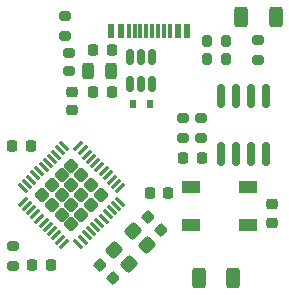
<source format=gbr>
%TF.GenerationSoftware,KiCad,Pcbnew,6.0.0*%
%TF.CreationDate,2022-01-08T01:14:50+01:00*%
%TF.ProjectId,micro,6d696372-6f2e-46b6-9963-61645f706362,rev1.0*%
%TF.SameCoordinates,Original*%
%TF.FileFunction,Paste,Bot*%
%TF.FilePolarity,Positive*%
%FSLAX46Y46*%
G04 Gerber Fmt 4.6, Leading zero omitted, Abs format (unit mm)*
G04 Created by KiCad (PCBNEW 6.0.0) date 2022-01-08 01:14:50*
%MOMM*%
%LPD*%
G01*
G04 APERTURE LIST*
G04 Aperture macros list*
%AMRoundRect*
0 Rectangle with rounded corners*
0 $1 Rounding radius*
0 $2 $3 $4 $5 $6 $7 $8 $9 X,Y pos of 4 corners*
0 Add a 4 corners polygon primitive as box body*
4,1,4,$2,$3,$4,$5,$6,$7,$8,$9,$2,$3,0*
0 Add four circle primitives for the rounded corners*
1,1,$1+$1,$2,$3*
1,1,$1+$1,$4,$5*
1,1,$1+$1,$6,$7*
1,1,$1+$1,$8,$9*
0 Add four rect primitives between the rounded corners*
20,1,$1+$1,$2,$3,$4,$5,0*
20,1,$1+$1,$4,$5,$6,$7,0*
20,1,$1+$1,$6,$7,$8,$9,0*
20,1,$1+$1,$8,$9,$2,$3,0*%
G04 Aperture macros list end*
%ADD10R,1.500000X1.000000*%
%ADD11RoundRect,0.200000X-0.275000X0.200000X-0.275000X-0.200000X0.275000X-0.200000X0.275000X0.200000X0*%
%ADD12RoundRect,0.225000X-0.225000X-0.250000X0.225000X-0.250000X0.225000X0.250000X-0.225000X0.250000X0*%
%ADD13RoundRect,0.200000X0.275000X-0.200000X0.275000X0.200000X-0.275000X0.200000X-0.275000X-0.200000X0*%
%ADD14RoundRect,0.225000X0.335876X0.017678X0.017678X0.335876X-0.335876X-0.017678X-0.017678X-0.335876X0*%
%ADD15RoundRect,0.225000X0.225000X0.250000X-0.225000X0.250000X-0.225000X-0.250000X0.225000X-0.250000X0*%
%ADD16RoundRect,0.225000X0.250000X-0.225000X0.250000X0.225000X-0.250000X0.225000X-0.250000X-0.225000X0*%
%ADD17R,0.600000X0.700000*%
%ADD18RoundRect,0.170000X0.330000X-0.255000X0.330000X0.255000X-0.330000X0.255000X-0.330000X-0.255000X0*%
%ADD19RoundRect,0.230000X-0.063640X-0.502046X0.502046X0.063640X0.063640X0.502046X-0.502046X-0.063640X0*%
%ADD20RoundRect,0.200000X0.200000X0.275000X-0.200000X0.275000X-0.200000X-0.275000X0.200000X-0.275000X0*%
%ADD21RoundRect,0.200000X-0.200000X-0.275000X0.200000X-0.275000X0.200000X0.275000X-0.200000X0.275000X0*%
%ADD22RoundRect,0.250000X0.000000X0.358486X-0.358486X0.000000X0.000000X-0.358486X0.358486X0.000000X0*%
%ADD23RoundRect,0.062500X0.291682X0.380070X-0.380070X-0.291682X-0.291682X-0.380070X0.380070X0.291682X0*%
%ADD24RoundRect,0.062500X-0.291682X0.380070X-0.380070X0.291682X0.291682X-0.380070X0.380070X-0.291682X0*%
%ADD25RoundRect,0.243750X0.243750X0.456250X-0.243750X0.456250X-0.243750X-0.456250X0.243750X-0.456250X0*%
%ADD26RoundRect,0.225000X-0.335876X-0.017678X-0.017678X-0.335876X0.335876X0.017678X0.017678X0.335876X0*%
%ADD27RoundRect,0.250000X-0.312500X-0.625000X0.312500X-0.625000X0.312500X0.625000X-0.312500X0.625000X0*%
%ADD28RoundRect,0.150000X-0.150000X0.512500X-0.150000X-0.512500X0.150000X-0.512500X0.150000X0.512500X0*%
%ADD29RoundRect,0.150000X-0.150000X0.825000X-0.150000X-0.825000X0.150000X-0.825000X0.150000X0.825000X0*%
%ADD30RoundRect,0.250000X0.312500X0.625000X-0.312500X0.625000X-0.312500X-0.625000X0.312500X-0.625000X0*%
%ADD31RoundRect,0.225000X-0.250000X0.225000X-0.250000X-0.225000X0.250000X-0.225000X0.250000X0.225000X0*%
%ADD32R,0.600000X1.150000*%
%ADD33R,0.300000X1.150000*%
G04 APERTURE END LIST*
D10*
%TO.C,D2*%
X159686579Y-102709000D03*
X159686579Y-105909000D03*
X154786579Y-105909000D03*
X154786579Y-102709000D03*
%TD*%
D11*
%TO.C,R6*%
X144192579Y-88244000D03*
X144192579Y-89894000D03*
%TD*%
%TO.C,R5*%
X139712579Y-107724000D03*
X139712579Y-109374000D03*
%TD*%
D12*
%TO.C,C4*%
X151365000Y-103220000D03*
X152915000Y-103220000D03*
%TD*%
%TO.C,C9*%
X154175579Y-100245000D03*
X155725579Y-100245000D03*
%TD*%
D13*
%TO.C,R8*%
X160538579Y-91926000D03*
X160538579Y-90276000D03*
%TD*%
D14*
%TO.C,C8*%
X148248008Y-110438008D03*
X147151992Y-109341992D03*
%TD*%
D15*
%TO.C,C1*%
X148105579Y-91101000D03*
X146555579Y-91101000D03*
%TD*%
D16*
%TO.C,C6*%
X144790579Y-96194000D03*
X144790579Y-94644000D03*
%TD*%
D11*
%TO.C,R4*%
X155712579Y-96880000D03*
X155712579Y-98530000D03*
%TD*%
D17*
%TO.C,D1*%
X149932579Y-95673000D03*
X151332579Y-95673000D03*
%TD*%
D18*
%TO.C,FB1*%
X144536579Y-92917000D03*
X144536579Y-91317000D03*
%TD*%
D19*
%TO.C,Y1*%
X148339129Y-108001769D03*
X149894764Y-106446134D03*
X151096845Y-107648215D03*
X149541210Y-109203850D03*
%TD*%
D20*
%TO.C,R1*%
X157807579Y-91863000D03*
X156157579Y-91863000D03*
%TD*%
D12*
%TO.C,C2*%
X139697579Y-99229000D03*
X141247579Y-99229000D03*
%TD*%
D21*
%TO.C,R2*%
X156157579Y-90339000D03*
X157807579Y-90339000D03*
%TD*%
D12*
%TO.C,C5*%
X146555579Y-94657000D03*
X148105579Y-94657000D03*
%TD*%
D22*
%TO.C,U2*%
X143045136Y-104200141D03*
X144706837Y-105861842D03*
X143875987Y-105030992D03*
X145537687Y-101707590D03*
X146368538Y-104200141D03*
X145537687Y-103369291D03*
X144706837Y-104200141D03*
X146368538Y-102538441D03*
X145537687Y-105030992D03*
X143875987Y-101707590D03*
X143045136Y-102538441D03*
X143875987Y-103369291D03*
X147199388Y-103369291D03*
X144706837Y-100876740D03*
X144706837Y-102538441D03*
X142214286Y-103369291D03*
D23*
X145299039Y-99241555D03*
X145652592Y-99595109D03*
X146006146Y-99948662D03*
X146359699Y-100302215D03*
X146713252Y-100655769D03*
X147066806Y-101009322D03*
X147420359Y-101362876D03*
X147773913Y-101716429D03*
X148127466Y-102069982D03*
X148481019Y-102423536D03*
X148834573Y-102777089D03*
D24*
X148834573Y-103961493D03*
X148481019Y-104315046D03*
X148127466Y-104668600D03*
X147773913Y-105022153D03*
X147420359Y-105375706D03*
X147066806Y-105729260D03*
X146713252Y-106082813D03*
X146359699Y-106436367D03*
X146006146Y-106789920D03*
X145652592Y-107143473D03*
X145299039Y-107497027D03*
D23*
X144114635Y-107497027D03*
X143761082Y-107143473D03*
X143407528Y-106789920D03*
X143053975Y-106436367D03*
X142700422Y-106082813D03*
X142346868Y-105729260D03*
X141993315Y-105375706D03*
X141639761Y-105022153D03*
X141286208Y-104668600D03*
X140932655Y-104315046D03*
X140579101Y-103961493D03*
D24*
X140579101Y-102777089D03*
X140932655Y-102423536D03*
X141286208Y-102069982D03*
X141639761Y-101716429D03*
X141993315Y-101362876D03*
X142346868Y-101009322D03*
X142700422Y-100655769D03*
X143053975Y-100302215D03*
X143407528Y-99948662D03*
X143761082Y-99595109D03*
X144114635Y-99241555D03*
%TD*%
D25*
%TO.C,F1*%
X148014079Y-92879000D03*
X146139079Y-92879000D03*
%TD*%
D15*
%TO.C,C3*%
X142935000Y-109290000D03*
X141385000Y-109290000D03*
%TD*%
D11*
%TO.C,R3*%
X154188579Y-96880000D03*
X154188579Y-98530000D03*
%TD*%
D26*
%TO.C,C7*%
X151201979Y-105204976D03*
X152297995Y-106300992D03*
%TD*%
D27*
%TO.C,R7*%
X159076079Y-88307000D03*
X162001079Y-88307000D03*
%TD*%
D28*
%TO.C,U1*%
X149632579Y-91731500D03*
X150582579Y-91731500D03*
X151532579Y-91731500D03*
X151532579Y-94006500D03*
X150582579Y-94006500D03*
X149632579Y-94006500D03*
%TD*%
D29*
%TO.C,Q1*%
X157363579Y-94976000D03*
X158633579Y-94976000D03*
X159903579Y-94976000D03*
X161173579Y-94976000D03*
X161173579Y-99926000D03*
X159903579Y-99926000D03*
X158633579Y-99926000D03*
X157363579Y-99926000D03*
%TD*%
D30*
%TO.C,R9*%
X158402500Y-110370000D03*
X155477500Y-110370000D03*
%TD*%
D31*
%TO.C,C10*%
X161652579Y-104154000D03*
X161652579Y-105704000D03*
%TD*%
D32*
%TO.C,J1*%
X148092579Y-89456500D03*
X148892579Y-89456500D03*
D33*
X150042579Y-89456500D03*
X151042579Y-89456500D03*
X151542579Y-89456500D03*
X152542579Y-89456500D03*
D32*
X153692579Y-89456500D03*
X154492579Y-89456500D03*
X154492579Y-89456500D03*
X153692579Y-89456500D03*
D33*
X153042579Y-89456500D03*
X152042579Y-89456500D03*
X150542579Y-89456500D03*
X149542579Y-89456500D03*
D32*
X148892579Y-89456500D03*
X148092579Y-89456500D03*
%TD*%
M02*

</source>
